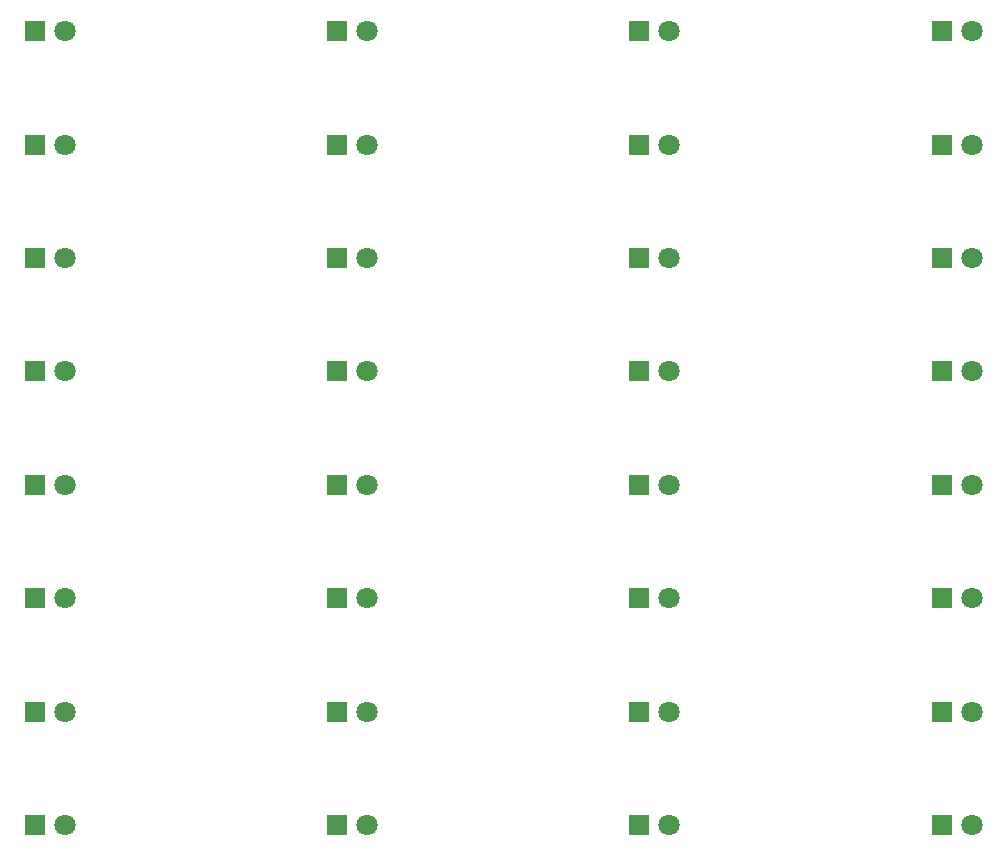
<source format=gbr>
%TF.GenerationSoftware,KiCad,Pcbnew,7.0.7-7.0.7~ubuntu20.04.1*%
%TF.CreationDate,2023-08-28T21:56:30+02:00*%
%TF.ProjectId,ledPCB,6c656450-4342-42e6-9b69-6361645f7063,rev?*%
%TF.SameCoordinates,PX8741bb8PY60eb478*%
%TF.FileFunction,Soldermask,Top*%
%TF.FilePolarity,Negative*%
%FSLAX46Y46*%
G04 Gerber Fmt 4.6, Leading zero omitted, Abs format (unit mm)*
G04 Created by KiCad (PCBNEW 7.0.7-7.0.7~ubuntu20.04.1) date 2023-08-28 21:56:30*
%MOMM*%
%LPD*%
G01*
G04 APERTURE LIST*
%ADD10R,1.800000X1.800000*%
%ADD11C,1.800000*%
G04 APERTURE END LIST*
D10*
%TO.C,D18*%
X-13875000Y-4750000D03*
D11*
X-11335000Y-4750000D03*
%TD*%
D10*
%TO.C,D31*%
X11725000Y-33550000D03*
D11*
X14265000Y-33550000D03*
%TD*%
D10*
%TO.C,D26*%
X-13875000Y-23950000D03*
D11*
X-11335000Y-23950000D03*
%TD*%
D10*
%TO.C,D28*%
X37325000Y-23950000D03*
D11*
X39865000Y-23950000D03*
%TD*%
D10*
%TO.C,D1*%
X-39475000Y33650000D03*
D11*
X-36935000Y33650000D03*
%TD*%
D10*
%TO.C,D21*%
X-39475000Y-14350000D03*
D11*
X-36935000Y-14350000D03*
%TD*%
D10*
%TO.C,D13*%
X-39475000Y4850000D03*
D11*
X-36935000Y4850000D03*
%TD*%
D10*
%TO.C,D15*%
X11725000Y4850000D03*
D11*
X14265000Y4850000D03*
%TD*%
D10*
%TO.C,D9*%
X-39475000Y14450000D03*
D11*
X-36935000Y14450000D03*
%TD*%
D10*
%TO.C,D10*%
X-13875000Y14450000D03*
D11*
X-11335000Y14450000D03*
%TD*%
D10*
%TO.C,D24*%
X37325000Y-14350000D03*
D11*
X39865000Y-14350000D03*
%TD*%
D10*
%TO.C,D6*%
X-13875000Y24050000D03*
D11*
X-11335000Y24050000D03*
%TD*%
D10*
%TO.C,D4*%
X37325000Y33650000D03*
D11*
X39865000Y33650000D03*
%TD*%
D10*
%TO.C,D27*%
X11725000Y-23950000D03*
D11*
X14265000Y-23950000D03*
%TD*%
D10*
%TO.C,D30*%
X-13875000Y-33550000D03*
D11*
X-11335000Y-33550000D03*
%TD*%
D10*
%TO.C,D19*%
X11725000Y-4750000D03*
D11*
X14265000Y-4750000D03*
%TD*%
D10*
%TO.C,D20*%
X37325000Y-4750000D03*
D11*
X39865000Y-4750000D03*
%TD*%
D10*
%TO.C,D22*%
X-13875000Y-14350000D03*
D11*
X-11335000Y-14350000D03*
%TD*%
D10*
%TO.C,D12*%
X37325000Y14450000D03*
D11*
X39865000Y14450000D03*
%TD*%
D10*
%TO.C,D11*%
X11725000Y14450000D03*
D11*
X14265000Y14450000D03*
%TD*%
D10*
%TO.C,D7*%
X11725000Y24050000D03*
D11*
X14265000Y24050000D03*
%TD*%
D10*
%TO.C,D25*%
X-39475000Y-23950000D03*
D11*
X-36935000Y-23950000D03*
%TD*%
D10*
%TO.C,D8*%
X37325000Y24050000D03*
D11*
X39865000Y24050000D03*
%TD*%
D10*
%TO.C,D17*%
X-39475000Y-4750000D03*
D11*
X-36935000Y-4750000D03*
%TD*%
D10*
%TO.C,D14*%
X-13875000Y4850000D03*
D11*
X-11335000Y4850000D03*
%TD*%
D10*
%TO.C,D29*%
X-39475000Y-33550000D03*
D11*
X-36935000Y-33550000D03*
%TD*%
D10*
%TO.C,D16*%
X37325000Y4850000D03*
D11*
X39865000Y4850000D03*
%TD*%
D10*
%TO.C,D2*%
X-13875000Y33650000D03*
D11*
X-11335000Y33650000D03*
%TD*%
D10*
%TO.C,D23*%
X11725000Y-14350000D03*
D11*
X14265000Y-14350000D03*
%TD*%
D10*
%TO.C,D3*%
X11725000Y33650000D03*
D11*
X14265000Y33650000D03*
%TD*%
D10*
%TO.C,D32*%
X37325000Y-33550000D03*
D11*
X39865000Y-33550000D03*
%TD*%
D10*
%TO.C,D5*%
X-39475000Y24050000D03*
D11*
X-36935000Y24050000D03*
%TD*%
M02*

</source>
